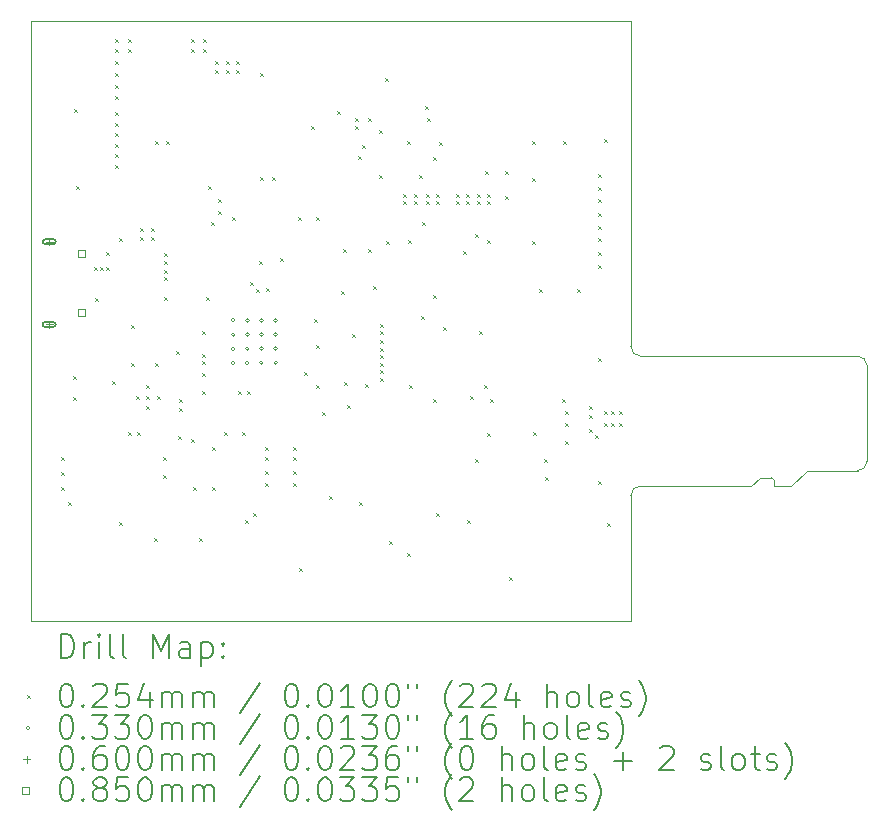
<source format=gbr>
%FSLAX45Y45*%
G04 Gerber Fmt 4.5, Leading zero omitted, Abs format (unit mm)*
G04 Created by KiCad (PCBNEW 6.0.0) date 2022-01-02 17:59:27*
%MOMM*%
%LPD*%
G01*
G04 APERTURE LIST*
%TA.AperFunction,Profile*%
%ADD10C,0.100000*%
%TD*%
%ADD11C,0.200000*%
%ADD12C,0.025400*%
%ADD13C,0.033000*%
%ADD14C,0.060000*%
%ADD15C,0.085000*%
G04 APERTURE END LIST*
D10*
X17272000Y-6985000D02*
X12192000Y-6985000D01*
X18482000Y-10875000D02*
X18482000Y-10925000D01*
X19272000Y-9905000D02*
G75*
G03*
X19192000Y-9825000I-80000J0D01*
G01*
X17272000Y-12065000D02*
X17272000Y-11005000D01*
X17352000Y-10925000D02*
X18292000Y-10925000D01*
X19192000Y-10795000D02*
G75*
G03*
X19272000Y-10715000I0J80000D01*
G01*
X19272000Y-10715000D02*
X19272000Y-9905000D01*
X18482000Y-10875000D02*
G75*
G03*
X18462000Y-10855000I-20000J0D01*
G01*
X12192000Y-6985000D02*
X12192000Y-12065000D01*
X18632000Y-10925000D02*
X18762000Y-10795000D01*
X19192000Y-9825000D02*
X17352000Y-9825000D01*
X17272000Y-12065000D02*
X12192000Y-12065000D01*
X17272000Y-9745000D02*
G75*
G03*
X17352000Y-9825000I80000J0D01*
G01*
X19192000Y-10795000D02*
X18762000Y-10795000D01*
X18482000Y-10925000D02*
X18632000Y-10925000D01*
X17352000Y-10925000D02*
G75*
G03*
X17272000Y-11005000I0J-80000D01*
G01*
X17272000Y-9715500D02*
X17272000Y-6985000D01*
X18362000Y-10855000D02*
X18462000Y-10855000D01*
X18362000Y-10855000D02*
X18292000Y-10925000D01*
X17272000Y-9745000D02*
X17272000Y-9715500D01*
D11*
D12*
X12446000Y-10680700D02*
X12471400Y-10706100D01*
X12471400Y-10680700D02*
X12446000Y-10706100D01*
X12446000Y-10807700D02*
X12471400Y-10833100D01*
X12471400Y-10807700D02*
X12446000Y-10833100D01*
X12446000Y-10934700D02*
X12471400Y-10960100D01*
X12471400Y-10934700D02*
X12446000Y-10960100D01*
X12509500Y-11061700D02*
X12534900Y-11087100D01*
X12534900Y-11061700D02*
X12509500Y-11087100D01*
X12547600Y-9994900D02*
X12573000Y-10020300D01*
X12573000Y-9994900D02*
X12547600Y-10020300D01*
X12547600Y-10172700D02*
X12573000Y-10198100D01*
X12573000Y-10172700D02*
X12547600Y-10198100D01*
X12560300Y-7734300D02*
X12585700Y-7759700D01*
X12585700Y-7734300D02*
X12560300Y-7759700D01*
X12573000Y-8382000D02*
X12598400Y-8407400D01*
X12598400Y-8382000D02*
X12573000Y-8407400D01*
X12725400Y-9067800D02*
X12750800Y-9093200D01*
X12750800Y-9067800D02*
X12725400Y-9093200D01*
X12738100Y-9334500D02*
X12763500Y-9359900D01*
X12763500Y-9334500D02*
X12738100Y-9359900D01*
X12776200Y-9067800D02*
X12801600Y-9093200D01*
X12801600Y-9067800D02*
X12776200Y-9093200D01*
X12827000Y-8940800D02*
X12852400Y-8966200D01*
X12852400Y-8940800D02*
X12827000Y-8966200D01*
X12827000Y-9067800D02*
X12852400Y-9093200D01*
X12852400Y-9067800D02*
X12827000Y-9093200D01*
X12877800Y-10033000D02*
X12903200Y-10058400D01*
X12903200Y-10033000D02*
X12877800Y-10058400D01*
X12903200Y-7137400D02*
X12928600Y-7162800D01*
X12928600Y-7137400D02*
X12903200Y-7162800D01*
X12903200Y-7226300D02*
X12928600Y-7251700D01*
X12928600Y-7226300D02*
X12903200Y-7251700D01*
X12903200Y-7327900D02*
X12928600Y-7353300D01*
X12928600Y-7327900D02*
X12903200Y-7353300D01*
X12903200Y-7429500D02*
X12928600Y-7454900D01*
X12928600Y-7429500D02*
X12903200Y-7454900D01*
X12903200Y-7531100D02*
X12928600Y-7556500D01*
X12928600Y-7531100D02*
X12903200Y-7556500D01*
X12903200Y-7620000D02*
X12928600Y-7645400D01*
X12928600Y-7620000D02*
X12903200Y-7645400D01*
X12903200Y-7759700D02*
X12928600Y-7785100D01*
X12928600Y-7759700D02*
X12903200Y-7785100D01*
X12903200Y-7848600D02*
X12928600Y-7874000D01*
X12928600Y-7848600D02*
X12903200Y-7874000D01*
X12903200Y-7937500D02*
X12928600Y-7962900D01*
X12928600Y-7937500D02*
X12903200Y-7962900D01*
X12903200Y-8026400D02*
X12928600Y-8051800D01*
X12928600Y-8026400D02*
X12903200Y-8051800D01*
X12903200Y-8115300D02*
X12928600Y-8140700D01*
X12928600Y-8115300D02*
X12903200Y-8140700D01*
X12903200Y-8204200D02*
X12928600Y-8229600D01*
X12928600Y-8204200D02*
X12903200Y-8229600D01*
X12941300Y-8826500D02*
X12966700Y-8851900D01*
X12966700Y-8826500D02*
X12941300Y-8851900D01*
X12941300Y-11226800D02*
X12966700Y-11252200D01*
X12966700Y-11226800D02*
X12941300Y-11252200D01*
X13017500Y-7137400D02*
X13042900Y-7162800D01*
X13042900Y-7137400D02*
X13017500Y-7162800D01*
X13017500Y-7226300D02*
X13042900Y-7251700D01*
X13042900Y-7226300D02*
X13017500Y-7251700D01*
X13017500Y-10464800D02*
X13042900Y-10490200D01*
X13042900Y-10464800D02*
X13017500Y-10490200D01*
X13042900Y-9563100D02*
X13068300Y-9588500D01*
X13068300Y-9563100D02*
X13042900Y-9588500D01*
X13042900Y-9880600D02*
X13068300Y-9906000D01*
X13068300Y-9880600D02*
X13042900Y-9906000D01*
X13081000Y-10160000D02*
X13106400Y-10185400D01*
X13106400Y-10160000D02*
X13081000Y-10185400D01*
X13093700Y-10464800D02*
X13119100Y-10490200D01*
X13119100Y-10464800D02*
X13093700Y-10490200D01*
X13119100Y-8737600D02*
X13144500Y-8763000D01*
X13144500Y-8737600D02*
X13119100Y-8763000D01*
X13119100Y-8813800D02*
X13144500Y-8839200D01*
X13144500Y-8813800D02*
X13119100Y-8839200D01*
X13169900Y-10071100D02*
X13195300Y-10096500D01*
X13195300Y-10071100D02*
X13169900Y-10096500D01*
X13169900Y-10160000D02*
X13195300Y-10185400D01*
X13195300Y-10160000D02*
X13169900Y-10185400D01*
X13169900Y-10248900D02*
X13195300Y-10274300D01*
X13195300Y-10248900D02*
X13169900Y-10274300D01*
X13208000Y-8737600D02*
X13233400Y-8763000D01*
X13233400Y-8737600D02*
X13208000Y-8763000D01*
X13208000Y-8813800D02*
X13233400Y-8839200D01*
X13233400Y-8813800D02*
X13208000Y-8839200D01*
X13233400Y-11366500D02*
X13258800Y-11391900D01*
X13258800Y-11366500D02*
X13233400Y-11391900D01*
X13246100Y-8001000D02*
X13271500Y-8026400D01*
X13271500Y-8001000D02*
X13246100Y-8026400D01*
X13246100Y-9880600D02*
X13271500Y-9906000D01*
X13271500Y-9880600D02*
X13246100Y-9906000D01*
X13258800Y-10160000D02*
X13284200Y-10185400D01*
X13284200Y-10160000D02*
X13258800Y-10185400D01*
X13309600Y-10680700D02*
X13335000Y-10706100D01*
X13335000Y-10680700D02*
X13309600Y-10706100D01*
X13309600Y-10833100D02*
X13335000Y-10858500D01*
X13335000Y-10833100D02*
X13309600Y-10858500D01*
X13322300Y-8953500D02*
X13347700Y-8978900D01*
X13347700Y-8953500D02*
X13322300Y-8978900D01*
X13322300Y-9017000D02*
X13347700Y-9042400D01*
X13347700Y-9017000D02*
X13322300Y-9042400D01*
X13322300Y-9093200D02*
X13347700Y-9118600D01*
X13347700Y-9093200D02*
X13322300Y-9118600D01*
X13322300Y-9156700D02*
X13347700Y-9182100D01*
X13347700Y-9156700D02*
X13322300Y-9182100D01*
X13322300Y-9321800D02*
X13347700Y-9347200D01*
X13347700Y-9321800D02*
X13322300Y-9347200D01*
X13335000Y-8001000D02*
X13360400Y-8026400D01*
X13360400Y-8001000D02*
X13335000Y-8026400D01*
X13423900Y-9779000D02*
X13449300Y-9804400D01*
X13449300Y-9779000D02*
X13423900Y-9804400D01*
X13436600Y-10502900D02*
X13462000Y-10528300D01*
X13462000Y-10502900D02*
X13436600Y-10528300D01*
X13449300Y-10185400D02*
X13474700Y-10210800D01*
X13474700Y-10185400D02*
X13449300Y-10210800D01*
X13449300Y-10261600D02*
X13474700Y-10287000D01*
X13474700Y-10261600D02*
X13449300Y-10287000D01*
X13550900Y-7137400D02*
X13576300Y-7162800D01*
X13576300Y-7137400D02*
X13550900Y-7162800D01*
X13550900Y-7226300D02*
X13576300Y-7251700D01*
X13576300Y-7226300D02*
X13550900Y-7251700D01*
X13550900Y-10528300D02*
X13576300Y-10553700D01*
X13576300Y-10528300D02*
X13550900Y-10553700D01*
X13563600Y-10934700D02*
X13589000Y-10960100D01*
X13589000Y-10934700D02*
X13563600Y-10960100D01*
X13614400Y-11366500D02*
X13639800Y-11391900D01*
X13639800Y-11366500D02*
X13614400Y-11391900D01*
X13639800Y-9613900D02*
X13665200Y-9639300D01*
X13665200Y-9613900D02*
X13639800Y-9639300D01*
X13639800Y-9804400D02*
X13665200Y-9829800D01*
X13665200Y-9804400D02*
X13639800Y-9829800D01*
X13639800Y-9867900D02*
X13665200Y-9893300D01*
X13665200Y-9867900D02*
X13639800Y-9893300D01*
X13639800Y-9969500D02*
X13665200Y-9994900D01*
X13665200Y-9969500D02*
X13639800Y-9994900D01*
X13639800Y-10121900D02*
X13665200Y-10147300D01*
X13665200Y-10121900D02*
X13639800Y-10147300D01*
X13652500Y-7137400D02*
X13677900Y-7162800D01*
X13677900Y-7137400D02*
X13652500Y-7162800D01*
X13652500Y-7226300D02*
X13677900Y-7251700D01*
X13677900Y-7226300D02*
X13652500Y-7251700D01*
X13677900Y-9321800D02*
X13703300Y-9347200D01*
X13703300Y-9321800D02*
X13677900Y-9347200D01*
X13690600Y-8382000D02*
X13716000Y-8407400D01*
X13716000Y-8382000D02*
X13690600Y-8407400D01*
X13716000Y-8686800D02*
X13741400Y-8712200D01*
X13741400Y-8686800D02*
X13716000Y-8712200D01*
X13728700Y-10591800D02*
X13754100Y-10617200D01*
X13754100Y-10591800D02*
X13728700Y-10617200D01*
X13728700Y-10934700D02*
X13754100Y-10960100D01*
X13754100Y-10934700D02*
X13728700Y-10960100D01*
X13754100Y-7327900D02*
X13779500Y-7353300D01*
X13779500Y-7327900D02*
X13754100Y-7353300D01*
X13754100Y-7404100D02*
X13779500Y-7429500D01*
X13779500Y-7404100D02*
X13754100Y-7429500D01*
X13779500Y-8496300D02*
X13804900Y-8521700D01*
X13804900Y-8496300D02*
X13779500Y-8521700D01*
X13779500Y-8597900D02*
X13804900Y-8623300D01*
X13804900Y-8597900D02*
X13779500Y-8623300D01*
X13830300Y-10464800D02*
X13855700Y-10490200D01*
X13855700Y-10464800D02*
X13830300Y-10490200D01*
X13843000Y-7327900D02*
X13868400Y-7353300D01*
X13868400Y-7327900D02*
X13843000Y-7353300D01*
X13843000Y-7404100D02*
X13868400Y-7429500D01*
X13868400Y-7404100D02*
X13843000Y-7429500D01*
X13893800Y-8648700D02*
X13919200Y-8674100D01*
X13919200Y-8648700D02*
X13893800Y-8674100D01*
X13931900Y-7327900D02*
X13957300Y-7353300D01*
X13957300Y-7327900D02*
X13931900Y-7353300D01*
X13931900Y-7404100D02*
X13957300Y-7429500D01*
X13957300Y-7404100D02*
X13931900Y-7429500D01*
X13944600Y-10121900D02*
X13970000Y-10147300D01*
X13970000Y-10121900D02*
X13944600Y-10147300D01*
X13982700Y-10464800D02*
X14008100Y-10490200D01*
X14008100Y-10464800D02*
X13982700Y-10490200D01*
X14008100Y-11214100D02*
X14033500Y-11239500D01*
X14033500Y-11214100D02*
X14008100Y-11239500D01*
X14020800Y-10121900D02*
X14046200Y-10147300D01*
X14046200Y-10121900D02*
X14020800Y-10147300D01*
X14046200Y-9194800D02*
X14071600Y-9220200D01*
X14071600Y-9194800D02*
X14046200Y-9220200D01*
X14071600Y-11150600D02*
X14097000Y-11176000D01*
X14097000Y-11150600D02*
X14071600Y-11176000D01*
X14097000Y-9258300D02*
X14122400Y-9283700D01*
X14122400Y-9258300D02*
X14097000Y-9283700D01*
X14122400Y-9017000D02*
X14147800Y-9042400D01*
X14147800Y-9017000D02*
X14122400Y-9042400D01*
X14129300Y-7429500D02*
X14154700Y-7454900D01*
X14154700Y-7429500D02*
X14129300Y-7454900D01*
X14129300Y-8305800D02*
X14154700Y-8331200D01*
X14154700Y-8305800D02*
X14129300Y-8331200D01*
X14173200Y-10591800D02*
X14198600Y-10617200D01*
X14198600Y-10591800D02*
X14173200Y-10617200D01*
X14173200Y-10680700D02*
X14198600Y-10706100D01*
X14198600Y-10680700D02*
X14173200Y-10706100D01*
X14173200Y-10795000D02*
X14198600Y-10820400D01*
X14198600Y-10795000D02*
X14173200Y-10820400D01*
X14173200Y-10896600D02*
X14198600Y-10922000D01*
X14198600Y-10896600D02*
X14173200Y-10922000D01*
X14185900Y-9245600D02*
X14211300Y-9271000D01*
X14211300Y-9245600D02*
X14185900Y-9271000D01*
X14236700Y-8305800D02*
X14262100Y-8331200D01*
X14262100Y-8305800D02*
X14236700Y-8331200D01*
X14300200Y-8991600D02*
X14325600Y-9017000D01*
X14325600Y-8991600D02*
X14300200Y-9017000D01*
X14414500Y-10591800D02*
X14439900Y-10617200D01*
X14439900Y-10591800D02*
X14414500Y-10617200D01*
X14414500Y-10680700D02*
X14439900Y-10706100D01*
X14439900Y-10680700D02*
X14414500Y-10706100D01*
X14414500Y-10795000D02*
X14439900Y-10820400D01*
X14439900Y-10795000D02*
X14414500Y-10820400D01*
X14414500Y-10896600D02*
X14439900Y-10922000D01*
X14439900Y-10896600D02*
X14414500Y-10922000D01*
X14452600Y-8648700D02*
X14478000Y-8674100D01*
X14478000Y-8648700D02*
X14452600Y-8674100D01*
X14465300Y-11620500D02*
X14490700Y-11645900D01*
X14490700Y-11620500D02*
X14465300Y-11645900D01*
X14503400Y-9956800D02*
X14528800Y-9982200D01*
X14528800Y-9956800D02*
X14503400Y-9982200D01*
X14566900Y-7874000D02*
X14592300Y-7899400D01*
X14592300Y-7874000D02*
X14566900Y-7899400D01*
X14589500Y-9515100D02*
X14614900Y-9540500D01*
X14614900Y-9515100D02*
X14589500Y-9540500D01*
X14605000Y-8648700D02*
X14630400Y-8674100D01*
X14630400Y-8648700D02*
X14605000Y-8674100D01*
X14605000Y-9728200D02*
X14630400Y-9753600D01*
X14630400Y-9728200D02*
X14605000Y-9753600D01*
X14605000Y-10071100D02*
X14630400Y-10096500D01*
X14630400Y-10071100D02*
X14605000Y-10096500D01*
X14655800Y-10299700D02*
X14681200Y-10325100D01*
X14681200Y-10299700D02*
X14655800Y-10325100D01*
X14719300Y-11010900D02*
X14744700Y-11036300D01*
X14744700Y-11010900D02*
X14719300Y-11036300D01*
X14782800Y-7747000D02*
X14808200Y-7772400D01*
X14808200Y-7747000D02*
X14782800Y-7772400D01*
X14820900Y-9271000D02*
X14846300Y-9296400D01*
X14846300Y-9271000D02*
X14820900Y-9296400D01*
X14833600Y-8915400D02*
X14859000Y-8940800D01*
X14859000Y-8915400D02*
X14833600Y-8940800D01*
X14846300Y-10045700D02*
X14871700Y-10071100D01*
X14871700Y-10045700D02*
X14846300Y-10071100D01*
X14871700Y-10236200D02*
X14897100Y-10261600D01*
X14897100Y-10236200D02*
X14871700Y-10261600D01*
X14909800Y-9639300D02*
X14935200Y-9664700D01*
X14935200Y-9639300D02*
X14909800Y-9664700D01*
X14935200Y-7810500D02*
X14960600Y-7835900D01*
X14960600Y-7810500D02*
X14935200Y-7835900D01*
X14935200Y-7874000D02*
X14960600Y-7899400D01*
X14960600Y-7874000D02*
X14935200Y-7899400D01*
X14960600Y-8128000D02*
X14986000Y-8153400D01*
X14986000Y-8128000D02*
X14960600Y-8153400D01*
X14973300Y-11061700D02*
X14998700Y-11087100D01*
X14998700Y-11061700D02*
X14973300Y-11087100D01*
X14998700Y-8039100D02*
X15024100Y-8064500D01*
X15024100Y-8039100D02*
X14998700Y-8064500D01*
X15024100Y-10058400D02*
X15049500Y-10083800D01*
X15049500Y-10058400D02*
X15024100Y-10083800D01*
X15049500Y-7810500D02*
X15074900Y-7835900D01*
X15074900Y-7810500D02*
X15049500Y-7835900D01*
X15049500Y-8915400D02*
X15074900Y-8940800D01*
X15074900Y-8915400D02*
X15049500Y-8940800D01*
X15087600Y-9232900D02*
X15113000Y-9258300D01*
X15113000Y-9232900D02*
X15087600Y-9258300D01*
X15138400Y-7912100D02*
X15163800Y-7937500D01*
X15163800Y-7912100D02*
X15138400Y-7937500D01*
X15138400Y-8293100D02*
X15163800Y-8318500D01*
X15163800Y-8293100D02*
X15138400Y-8318500D01*
X15151100Y-9550400D02*
X15176500Y-9575800D01*
X15176500Y-9550400D02*
X15151100Y-9575800D01*
X15151100Y-9613900D02*
X15176500Y-9639300D01*
X15176500Y-9613900D02*
X15151100Y-9639300D01*
X15151100Y-9690100D02*
X15176500Y-9715500D01*
X15176500Y-9690100D02*
X15151100Y-9715500D01*
X15151100Y-9753600D02*
X15176500Y-9779000D01*
X15176500Y-9753600D02*
X15151100Y-9779000D01*
X15151100Y-9817100D02*
X15176500Y-9842500D01*
X15176500Y-9817100D02*
X15151100Y-9842500D01*
X15151100Y-9880600D02*
X15176500Y-9906000D01*
X15176500Y-9880600D02*
X15151100Y-9906000D01*
X15151100Y-9944100D02*
X15176500Y-9969500D01*
X15176500Y-9944100D02*
X15151100Y-9969500D01*
X15151100Y-10007600D02*
X15176500Y-10033000D01*
X15176500Y-10007600D02*
X15151100Y-10033000D01*
X15189200Y-7467600D02*
X15214600Y-7493000D01*
X15214600Y-7467600D02*
X15189200Y-7493000D01*
X15201900Y-8847400D02*
X15227300Y-8872800D01*
X15227300Y-8847400D02*
X15201900Y-8872800D01*
X15227300Y-11391900D02*
X15252700Y-11417300D01*
X15252700Y-11391900D02*
X15227300Y-11417300D01*
X15344500Y-8451700D02*
X15369900Y-8477100D01*
X15369900Y-8451700D02*
X15344500Y-8477100D01*
X15344500Y-8515200D02*
X15369900Y-8540600D01*
X15369900Y-8515200D02*
X15344500Y-8540600D01*
X15379700Y-8001000D02*
X15405100Y-8026400D01*
X15405100Y-8001000D02*
X15379700Y-8026400D01*
X15379700Y-11493500D02*
X15405100Y-11518900D01*
X15405100Y-11493500D02*
X15379700Y-11518900D01*
X15382600Y-8845400D02*
X15408000Y-8870800D01*
X15408000Y-8845400D02*
X15382600Y-8870800D01*
X15392400Y-10071100D02*
X15417800Y-10096500D01*
X15417800Y-10071100D02*
X15392400Y-10096500D01*
X15433400Y-8451700D02*
X15458800Y-8477100D01*
X15458800Y-8451700D02*
X15433400Y-8477100D01*
X15433400Y-8515200D02*
X15458800Y-8540600D01*
X15458800Y-8515200D02*
X15433400Y-8540600D01*
X15481300Y-8293100D02*
X15506700Y-8318500D01*
X15506700Y-8293100D02*
X15481300Y-8318500D01*
X15494000Y-9486900D02*
X15519400Y-9512300D01*
X15519400Y-9486900D02*
X15494000Y-9512300D01*
X15506700Y-8686800D02*
X15532100Y-8712200D01*
X15532100Y-8686800D02*
X15506700Y-8712200D01*
X15532100Y-7708900D02*
X15557500Y-7734300D01*
X15557500Y-7708900D02*
X15532100Y-7734300D01*
X15535000Y-8451700D02*
X15560400Y-8477100D01*
X15560400Y-8451700D02*
X15535000Y-8477100D01*
X15535000Y-8515200D02*
X15560400Y-8540600D01*
X15560400Y-8515200D02*
X15535000Y-8540600D01*
X15544800Y-7810500D02*
X15570200Y-7835900D01*
X15570200Y-7810500D02*
X15544800Y-7835900D01*
X15595600Y-8140700D02*
X15621000Y-8166100D01*
X15621000Y-8140700D02*
X15595600Y-8166100D01*
X15595600Y-9309100D02*
X15621000Y-9334500D01*
X15621000Y-9309100D02*
X15595600Y-9334500D01*
X15595600Y-10185400D02*
X15621000Y-10210800D01*
X15621000Y-10185400D02*
X15595600Y-10210800D01*
X15621000Y-11150600D02*
X15646400Y-11176000D01*
X15646400Y-11150600D02*
X15621000Y-11176000D01*
X15623900Y-8451700D02*
X15649300Y-8477100D01*
X15649300Y-8451700D02*
X15623900Y-8477100D01*
X15623900Y-8515200D02*
X15649300Y-8540600D01*
X15649300Y-8515200D02*
X15623900Y-8540600D01*
X15646400Y-8013700D02*
X15671800Y-8039100D01*
X15671800Y-8013700D02*
X15646400Y-8039100D01*
X15684500Y-9575800D02*
X15709900Y-9601200D01*
X15709900Y-9575800D02*
X15684500Y-9601200D01*
X15789000Y-8451700D02*
X15814400Y-8477100D01*
X15814400Y-8451700D02*
X15789000Y-8477100D01*
X15789000Y-8515200D02*
X15814400Y-8540600D01*
X15814400Y-8515200D02*
X15789000Y-8540600D01*
X15852500Y-8934300D02*
X15877900Y-8959700D01*
X15877900Y-8934300D02*
X15852500Y-8959700D01*
X15877900Y-8451700D02*
X15903300Y-8477100D01*
X15903300Y-8451700D02*
X15877900Y-8477100D01*
X15877900Y-8515200D02*
X15903300Y-8540600D01*
X15903300Y-8515200D02*
X15877900Y-8540600D01*
X15887700Y-11214100D02*
X15913100Y-11239500D01*
X15913100Y-11214100D02*
X15887700Y-11239500D01*
X15913100Y-10160000D02*
X15938500Y-10185400D01*
X15938500Y-10160000D02*
X15913100Y-10185400D01*
X15951200Y-8788400D02*
X15976600Y-8813800D01*
X15976600Y-8788400D02*
X15951200Y-8813800D01*
X15951200Y-10693400D02*
X15976600Y-10718800D01*
X15976600Y-10693400D02*
X15951200Y-10718800D01*
X15966800Y-8451700D02*
X15992200Y-8477100D01*
X15992200Y-8451700D02*
X15966800Y-8477100D01*
X15966800Y-8515200D02*
X15992200Y-8540600D01*
X15992200Y-8515200D02*
X15966800Y-8540600D01*
X15989300Y-9613900D02*
X16014700Y-9639300D01*
X16014700Y-9613900D02*
X15989300Y-9639300D01*
X16027400Y-10071100D02*
X16052800Y-10096500D01*
X16052800Y-10071100D02*
X16027400Y-10096500D01*
X16040100Y-8255000D02*
X16065500Y-8280400D01*
X16065500Y-8255000D02*
X16040100Y-8280400D01*
X16052800Y-10477500D02*
X16078200Y-10502900D01*
X16078200Y-10477500D02*
X16052800Y-10502900D01*
X16055700Y-8451700D02*
X16081100Y-8477100D01*
X16081100Y-8451700D02*
X16055700Y-8477100D01*
X16055700Y-8515200D02*
X16081100Y-8540600D01*
X16081100Y-8515200D02*
X16055700Y-8540600D01*
X16055700Y-8845400D02*
X16081100Y-8870800D01*
X16081100Y-8845400D02*
X16055700Y-8870800D01*
X16078200Y-10185400D02*
X16103600Y-10210800D01*
X16103600Y-10185400D02*
X16078200Y-10210800D01*
X16205200Y-8255000D02*
X16230600Y-8280400D01*
X16230600Y-8255000D02*
X16205200Y-8280400D01*
X16205200Y-8470900D02*
X16230600Y-8496300D01*
X16230600Y-8470900D02*
X16205200Y-8496300D01*
X16243300Y-11696700D02*
X16268700Y-11722100D01*
X16268700Y-11696700D02*
X16243300Y-11722100D01*
X16433800Y-8001000D02*
X16459200Y-8026400D01*
X16459200Y-8001000D02*
X16433800Y-8026400D01*
X16433800Y-8318500D02*
X16459200Y-8343900D01*
X16459200Y-8318500D02*
X16433800Y-8343900D01*
X16433800Y-8851900D02*
X16459200Y-8877300D01*
X16459200Y-8851900D02*
X16433800Y-8877300D01*
X16446500Y-10464800D02*
X16471900Y-10490200D01*
X16471900Y-10464800D02*
X16446500Y-10490200D01*
X16497300Y-9258300D02*
X16522700Y-9283700D01*
X16522700Y-9258300D02*
X16497300Y-9283700D01*
X16535400Y-10693400D02*
X16560800Y-10718800D01*
X16560800Y-10693400D02*
X16535400Y-10718800D01*
X16548100Y-10845800D02*
X16573500Y-10871200D01*
X16573500Y-10845800D02*
X16548100Y-10871200D01*
X16687800Y-10185401D02*
X16713200Y-10210801D01*
X16713200Y-10185401D02*
X16687800Y-10210801D01*
X16700500Y-8001000D02*
X16725900Y-8026400D01*
X16725900Y-8001000D02*
X16700500Y-8026400D01*
X16713200Y-10287001D02*
X16738600Y-10312401D01*
X16738600Y-10287001D02*
X16713200Y-10312401D01*
X16713200Y-10388601D02*
X16738600Y-10414001D01*
X16738600Y-10388601D02*
X16713200Y-10414001D01*
X16713200Y-10541000D02*
X16738600Y-10566400D01*
X16738600Y-10541000D02*
X16713200Y-10566400D01*
X16814800Y-9258300D02*
X16840200Y-9283700D01*
X16840200Y-9258300D02*
X16814800Y-9283700D01*
X16916400Y-10248900D02*
X16941800Y-10274300D01*
X16941800Y-10248900D02*
X16916400Y-10274300D01*
X16916400Y-10325100D02*
X16941800Y-10350500D01*
X16941800Y-10325100D02*
X16916400Y-10350500D01*
X16916400Y-10439400D02*
X16941800Y-10464800D01*
X16941800Y-10439400D02*
X16916400Y-10464800D01*
X16967200Y-10490200D02*
X16992600Y-10515600D01*
X16992600Y-10490200D02*
X16967200Y-10515600D01*
X16992600Y-8280399D02*
X17018000Y-8305799D01*
X17018000Y-8280399D02*
X16992600Y-8305799D01*
X16992600Y-8394699D02*
X17018000Y-8420099D01*
X17018000Y-8394699D02*
X16992600Y-8420099D01*
X16992600Y-8496299D02*
X17018000Y-8521699D01*
X17018000Y-8496299D02*
X16992600Y-8521699D01*
X16992600Y-8724899D02*
X17018000Y-8750299D01*
X17018000Y-8724899D02*
X16992600Y-8750299D01*
X16992600Y-8826499D02*
X17018000Y-8851899D01*
X17018000Y-8826499D02*
X16992600Y-8851899D01*
X16992600Y-8940799D02*
X17018000Y-8966199D01*
X17018000Y-8940799D02*
X16992600Y-8966199D01*
X16992600Y-9055099D02*
X17018000Y-9080499D01*
X17018000Y-9055099D02*
X16992600Y-9080499D01*
X16992600Y-8610599D02*
X17018000Y-8635999D01*
X17018000Y-8610599D02*
X16992600Y-8635999D01*
X16992600Y-9842501D02*
X17018000Y-9867901D01*
X17018000Y-9842501D02*
X16992600Y-9867901D01*
X16992600Y-10883901D02*
X17018000Y-10909301D01*
X17018000Y-10883901D02*
X16992600Y-10909301D01*
X17043399Y-10388601D02*
X17068799Y-10414001D01*
X17068799Y-10388601D02*
X17043399Y-10414001D01*
X17043400Y-7988300D02*
X17068800Y-8013700D01*
X17068800Y-7988300D02*
X17043400Y-8013700D01*
X17043400Y-10287000D02*
X17068800Y-10312400D01*
X17068800Y-10287000D02*
X17043400Y-10312400D01*
X17068800Y-11239500D02*
X17094200Y-11264900D01*
X17094200Y-11239500D02*
X17068800Y-11264900D01*
X17106899Y-10388601D02*
X17132299Y-10414001D01*
X17132299Y-10388601D02*
X17106899Y-10414001D01*
X17106900Y-10287000D02*
X17132300Y-10312400D01*
X17132300Y-10287000D02*
X17106900Y-10312400D01*
X17170399Y-10388601D02*
X17195799Y-10414001D01*
X17195799Y-10388601D02*
X17170399Y-10414001D01*
X17170400Y-10287000D02*
X17195800Y-10312400D01*
X17195800Y-10287000D02*
X17170400Y-10312400D01*
D13*
X13920800Y-9522800D02*
G75*
G03*
X13920800Y-9522800I-16500J0D01*
G01*
X13920800Y-9642800D02*
G75*
G03*
X13920800Y-9642800I-16500J0D01*
G01*
X13920800Y-9762800D02*
G75*
G03*
X13920800Y-9762800I-16500J0D01*
G01*
X13920800Y-9882800D02*
G75*
G03*
X13920800Y-9882800I-16500J0D01*
G01*
X14040800Y-9522800D02*
G75*
G03*
X14040800Y-9522800I-16500J0D01*
G01*
X14040800Y-9642800D02*
G75*
G03*
X14040800Y-9642800I-16500J0D01*
G01*
X14040800Y-9762800D02*
G75*
G03*
X14040800Y-9762800I-16500J0D01*
G01*
X14040800Y-9882800D02*
G75*
G03*
X14040800Y-9882800I-16500J0D01*
G01*
X14160800Y-9522800D02*
G75*
G03*
X14160800Y-9522800I-16500J0D01*
G01*
X14160800Y-9642800D02*
G75*
G03*
X14160800Y-9642800I-16500J0D01*
G01*
X14160800Y-9762800D02*
G75*
G03*
X14160800Y-9762800I-16500J0D01*
G01*
X14160800Y-9882800D02*
G75*
G03*
X14160800Y-9882800I-16500J0D01*
G01*
X14280800Y-9522800D02*
G75*
G03*
X14280800Y-9522800I-16500J0D01*
G01*
X14280800Y-9642800D02*
G75*
G03*
X14280800Y-9642800I-16500J0D01*
G01*
X14280800Y-9762800D02*
G75*
G03*
X14280800Y-9762800I-16500J0D01*
G01*
X14280800Y-9882800D02*
G75*
G03*
X14280800Y-9882800I-16500J0D01*
G01*
D14*
X12347650Y-8827500D02*
X12347650Y-8887500D01*
X12317650Y-8857500D02*
X12377650Y-8857500D01*
D11*
X12312650Y-8877500D02*
X12382650Y-8877500D01*
X12312650Y-8837500D02*
X12382650Y-8837500D01*
X12382650Y-8877500D02*
G75*
G03*
X12382650Y-8837500I0J20000D01*
G01*
X12312650Y-8837500D02*
G75*
G03*
X12312650Y-8877500I0J-20000D01*
G01*
D14*
X12347650Y-9527500D02*
X12347650Y-9587500D01*
X12317650Y-9557500D02*
X12377650Y-9557500D01*
D11*
X12382650Y-9537500D02*
X12312650Y-9537500D01*
X12382650Y-9577500D02*
X12312650Y-9577500D01*
X12312650Y-9537500D02*
G75*
G03*
X12312650Y-9577500I0J-20000D01*
G01*
X12382650Y-9577500D02*
G75*
G03*
X12382650Y-9537500I0J20000D01*
G01*
D15*
X12647702Y-8987552D02*
X12647702Y-8927448D01*
X12587598Y-8927448D01*
X12587598Y-8987552D01*
X12647702Y-8987552D01*
X12647702Y-9487552D02*
X12647702Y-9427448D01*
X12587598Y-9427448D01*
X12587598Y-9487552D01*
X12647702Y-9487552D01*
D11*
X12444619Y-12380476D02*
X12444619Y-12180476D01*
X12492238Y-12180476D01*
X12520809Y-12190000D01*
X12539857Y-12209048D01*
X12549381Y-12228095D01*
X12558905Y-12266190D01*
X12558905Y-12294762D01*
X12549381Y-12332857D01*
X12539857Y-12351905D01*
X12520809Y-12370952D01*
X12492238Y-12380476D01*
X12444619Y-12380476D01*
X12644619Y-12380476D02*
X12644619Y-12247143D01*
X12644619Y-12285238D02*
X12654143Y-12266190D01*
X12663667Y-12256667D01*
X12682714Y-12247143D01*
X12701762Y-12247143D01*
X12768428Y-12380476D02*
X12768428Y-12247143D01*
X12768428Y-12180476D02*
X12758905Y-12190000D01*
X12768428Y-12199524D01*
X12777952Y-12190000D01*
X12768428Y-12180476D01*
X12768428Y-12199524D01*
X12892238Y-12380476D02*
X12873190Y-12370952D01*
X12863667Y-12351905D01*
X12863667Y-12180476D01*
X12997000Y-12380476D02*
X12977952Y-12370952D01*
X12968428Y-12351905D01*
X12968428Y-12180476D01*
X13225571Y-12380476D02*
X13225571Y-12180476D01*
X13292238Y-12323333D01*
X13358905Y-12180476D01*
X13358905Y-12380476D01*
X13539857Y-12380476D02*
X13539857Y-12275714D01*
X13530333Y-12256667D01*
X13511286Y-12247143D01*
X13473190Y-12247143D01*
X13454143Y-12256667D01*
X13539857Y-12370952D02*
X13520809Y-12380476D01*
X13473190Y-12380476D01*
X13454143Y-12370952D01*
X13444619Y-12351905D01*
X13444619Y-12332857D01*
X13454143Y-12313809D01*
X13473190Y-12304286D01*
X13520809Y-12304286D01*
X13539857Y-12294762D01*
X13635095Y-12247143D02*
X13635095Y-12447143D01*
X13635095Y-12256667D02*
X13654143Y-12247143D01*
X13692238Y-12247143D01*
X13711286Y-12256667D01*
X13720809Y-12266190D01*
X13730333Y-12285238D01*
X13730333Y-12342381D01*
X13720809Y-12361428D01*
X13711286Y-12370952D01*
X13692238Y-12380476D01*
X13654143Y-12380476D01*
X13635095Y-12370952D01*
X13816048Y-12361428D02*
X13825571Y-12370952D01*
X13816048Y-12380476D01*
X13806524Y-12370952D01*
X13816048Y-12361428D01*
X13816048Y-12380476D01*
X13816048Y-12256667D02*
X13825571Y-12266190D01*
X13816048Y-12275714D01*
X13806524Y-12266190D01*
X13816048Y-12256667D01*
X13816048Y-12275714D01*
D12*
X12161600Y-12697300D02*
X12187000Y-12722700D01*
X12187000Y-12697300D02*
X12161600Y-12722700D01*
D11*
X12482714Y-12600476D02*
X12501762Y-12600476D01*
X12520809Y-12610000D01*
X12530333Y-12619524D01*
X12539857Y-12638571D01*
X12549381Y-12676667D01*
X12549381Y-12724286D01*
X12539857Y-12762381D01*
X12530333Y-12781428D01*
X12520809Y-12790952D01*
X12501762Y-12800476D01*
X12482714Y-12800476D01*
X12463667Y-12790952D01*
X12454143Y-12781428D01*
X12444619Y-12762381D01*
X12435095Y-12724286D01*
X12435095Y-12676667D01*
X12444619Y-12638571D01*
X12454143Y-12619524D01*
X12463667Y-12610000D01*
X12482714Y-12600476D01*
X12635095Y-12781428D02*
X12644619Y-12790952D01*
X12635095Y-12800476D01*
X12625571Y-12790952D01*
X12635095Y-12781428D01*
X12635095Y-12800476D01*
X12720809Y-12619524D02*
X12730333Y-12610000D01*
X12749381Y-12600476D01*
X12797000Y-12600476D01*
X12816048Y-12610000D01*
X12825571Y-12619524D01*
X12835095Y-12638571D01*
X12835095Y-12657619D01*
X12825571Y-12686190D01*
X12711286Y-12800476D01*
X12835095Y-12800476D01*
X13016048Y-12600476D02*
X12920809Y-12600476D01*
X12911286Y-12695714D01*
X12920809Y-12686190D01*
X12939857Y-12676667D01*
X12987476Y-12676667D01*
X13006524Y-12686190D01*
X13016048Y-12695714D01*
X13025571Y-12714762D01*
X13025571Y-12762381D01*
X13016048Y-12781428D01*
X13006524Y-12790952D01*
X12987476Y-12800476D01*
X12939857Y-12800476D01*
X12920809Y-12790952D01*
X12911286Y-12781428D01*
X13197000Y-12667143D02*
X13197000Y-12800476D01*
X13149381Y-12590952D02*
X13101762Y-12733809D01*
X13225571Y-12733809D01*
X13301762Y-12800476D02*
X13301762Y-12667143D01*
X13301762Y-12686190D02*
X13311286Y-12676667D01*
X13330333Y-12667143D01*
X13358905Y-12667143D01*
X13377952Y-12676667D01*
X13387476Y-12695714D01*
X13387476Y-12800476D01*
X13387476Y-12695714D02*
X13397000Y-12676667D01*
X13416048Y-12667143D01*
X13444619Y-12667143D01*
X13463667Y-12676667D01*
X13473190Y-12695714D01*
X13473190Y-12800476D01*
X13568428Y-12800476D02*
X13568428Y-12667143D01*
X13568428Y-12686190D02*
X13577952Y-12676667D01*
X13597000Y-12667143D01*
X13625571Y-12667143D01*
X13644619Y-12676667D01*
X13654143Y-12695714D01*
X13654143Y-12800476D01*
X13654143Y-12695714D02*
X13663667Y-12676667D01*
X13682714Y-12667143D01*
X13711286Y-12667143D01*
X13730333Y-12676667D01*
X13739857Y-12695714D01*
X13739857Y-12800476D01*
X14130333Y-12590952D02*
X13958905Y-12848095D01*
X14387476Y-12600476D02*
X14406524Y-12600476D01*
X14425571Y-12610000D01*
X14435095Y-12619524D01*
X14444619Y-12638571D01*
X14454143Y-12676667D01*
X14454143Y-12724286D01*
X14444619Y-12762381D01*
X14435095Y-12781428D01*
X14425571Y-12790952D01*
X14406524Y-12800476D01*
X14387476Y-12800476D01*
X14368428Y-12790952D01*
X14358905Y-12781428D01*
X14349381Y-12762381D01*
X14339857Y-12724286D01*
X14339857Y-12676667D01*
X14349381Y-12638571D01*
X14358905Y-12619524D01*
X14368428Y-12610000D01*
X14387476Y-12600476D01*
X14539857Y-12781428D02*
X14549381Y-12790952D01*
X14539857Y-12800476D01*
X14530333Y-12790952D01*
X14539857Y-12781428D01*
X14539857Y-12800476D01*
X14673190Y-12600476D02*
X14692238Y-12600476D01*
X14711286Y-12610000D01*
X14720809Y-12619524D01*
X14730333Y-12638571D01*
X14739857Y-12676667D01*
X14739857Y-12724286D01*
X14730333Y-12762381D01*
X14720809Y-12781428D01*
X14711286Y-12790952D01*
X14692238Y-12800476D01*
X14673190Y-12800476D01*
X14654143Y-12790952D01*
X14644619Y-12781428D01*
X14635095Y-12762381D01*
X14625571Y-12724286D01*
X14625571Y-12676667D01*
X14635095Y-12638571D01*
X14644619Y-12619524D01*
X14654143Y-12610000D01*
X14673190Y-12600476D01*
X14930333Y-12800476D02*
X14816048Y-12800476D01*
X14873190Y-12800476D02*
X14873190Y-12600476D01*
X14854143Y-12629048D01*
X14835095Y-12648095D01*
X14816048Y-12657619D01*
X15054143Y-12600476D02*
X15073190Y-12600476D01*
X15092238Y-12610000D01*
X15101762Y-12619524D01*
X15111286Y-12638571D01*
X15120809Y-12676667D01*
X15120809Y-12724286D01*
X15111286Y-12762381D01*
X15101762Y-12781428D01*
X15092238Y-12790952D01*
X15073190Y-12800476D01*
X15054143Y-12800476D01*
X15035095Y-12790952D01*
X15025571Y-12781428D01*
X15016048Y-12762381D01*
X15006524Y-12724286D01*
X15006524Y-12676667D01*
X15016048Y-12638571D01*
X15025571Y-12619524D01*
X15035095Y-12610000D01*
X15054143Y-12600476D01*
X15244619Y-12600476D02*
X15263667Y-12600476D01*
X15282714Y-12610000D01*
X15292238Y-12619524D01*
X15301762Y-12638571D01*
X15311286Y-12676667D01*
X15311286Y-12724286D01*
X15301762Y-12762381D01*
X15292238Y-12781428D01*
X15282714Y-12790952D01*
X15263667Y-12800476D01*
X15244619Y-12800476D01*
X15225571Y-12790952D01*
X15216048Y-12781428D01*
X15206524Y-12762381D01*
X15197000Y-12724286D01*
X15197000Y-12676667D01*
X15206524Y-12638571D01*
X15216048Y-12619524D01*
X15225571Y-12610000D01*
X15244619Y-12600476D01*
X15387476Y-12600476D02*
X15387476Y-12638571D01*
X15463667Y-12600476D02*
X15463667Y-12638571D01*
X15758905Y-12876667D02*
X15749381Y-12867143D01*
X15730333Y-12838571D01*
X15720809Y-12819524D01*
X15711286Y-12790952D01*
X15701762Y-12743333D01*
X15701762Y-12705238D01*
X15711286Y-12657619D01*
X15720809Y-12629048D01*
X15730333Y-12610000D01*
X15749381Y-12581428D01*
X15758905Y-12571905D01*
X15825571Y-12619524D02*
X15835095Y-12610000D01*
X15854143Y-12600476D01*
X15901762Y-12600476D01*
X15920809Y-12610000D01*
X15930333Y-12619524D01*
X15939857Y-12638571D01*
X15939857Y-12657619D01*
X15930333Y-12686190D01*
X15816048Y-12800476D01*
X15939857Y-12800476D01*
X16016048Y-12619524D02*
X16025571Y-12610000D01*
X16044619Y-12600476D01*
X16092238Y-12600476D01*
X16111286Y-12610000D01*
X16120809Y-12619524D01*
X16130333Y-12638571D01*
X16130333Y-12657619D01*
X16120809Y-12686190D01*
X16006524Y-12800476D01*
X16130333Y-12800476D01*
X16301762Y-12667143D02*
X16301762Y-12800476D01*
X16254143Y-12590952D02*
X16206524Y-12733809D01*
X16330333Y-12733809D01*
X16558905Y-12800476D02*
X16558905Y-12600476D01*
X16644619Y-12800476D02*
X16644619Y-12695714D01*
X16635095Y-12676667D01*
X16616048Y-12667143D01*
X16587476Y-12667143D01*
X16568428Y-12676667D01*
X16558905Y-12686190D01*
X16768428Y-12800476D02*
X16749381Y-12790952D01*
X16739857Y-12781428D01*
X16730333Y-12762381D01*
X16730333Y-12705238D01*
X16739857Y-12686190D01*
X16749381Y-12676667D01*
X16768428Y-12667143D01*
X16797000Y-12667143D01*
X16816048Y-12676667D01*
X16825571Y-12686190D01*
X16835095Y-12705238D01*
X16835095Y-12762381D01*
X16825571Y-12781428D01*
X16816048Y-12790952D01*
X16797000Y-12800476D01*
X16768428Y-12800476D01*
X16949381Y-12800476D02*
X16930333Y-12790952D01*
X16920810Y-12771905D01*
X16920810Y-12600476D01*
X17101762Y-12790952D02*
X17082714Y-12800476D01*
X17044619Y-12800476D01*
X17025571Y-12790952D01*
X17016048Y-12771905D01*
X17016048Y-12695714D01*
X17025571Y-12676667D01*
X17044619Y-12667143D01*
X17082714Y-12667143D01*
X17101762Y-12676667D01*
X17111286Y-12695714D01*
X17111286Y-12714762D01*
X17016048Y-12733809D01*
X17187476Y-12790952D02*
X17206524Y-12800476D01*
X17244619Y-12800476D01*
X17263667Y-12790952D01*
X17273190Y-12771905D01*
X17273190Y-12762381D01*
X17263667Y-12743333D01*
X17244619Y-12733809D01*
X17216048Y-12733809D01*
X17197000Y-12724286D01*
X17187476Y-12705238D01*
X17187476Y-12695714D01*
X17197000Y-12676667D01*
X17216048Y-12667143D01*
X17244619Y-12667143D01*
X17263667Y-12676667D01*
X17339857Y-12876667D02*
X17349381Y-12867143D01*
X17368429Y-12838571D01*
X17377952Y-12819524D01*
X17387476Y-12790952D01*
X17397000Y-12743333D01*
X17397000Y-12705238D01*
X17387476Y-12657619D01*
X17377952Y-12629048D01*
X17368429Y-12610000D01*
X17349381Y-12581428D01*
X17339857Y-12571905D01*
D13*
X12187000Y-12974000D02*
G75*
G03*
X12187000Y-12974000I-16500J0D01*
G01*
D11*
X12482714Y-12864476D02*
X12501762Y-12864476D01*
X12520809Y-12874000D01*
X12530333Y-12883524D01*
X12539857Y-12902571D01*
X12549381Y-12940667D01*
X12549381Y-12988286D01*
X12539857Y-13026381D01*
X12530333Y-13045428D01*
X12520809Y-13054952D01*
X12501762Y-13064476D01*
X12482714Y-13064476D01*
X12463667Y-13054952D01*
X12454143Y-13045428D01*
X12444619Y-13026381D01*
X12435095Y-12988286D01*
X12435095Y-12940667D01*
X12444619Y-12902571D01*
X12454143Y-12883524D01*
X12463667Y-12874000D01*
X12482714Y-12864476D01*
X12635095Y-13045428D02*
X12644619Y-13054952D01*
X12635095Y-13064476D01*
X12625571Y-13054952D01*
X12635095Y-13045428D01*
X12635095Y-13064476D01*
X12711286Y-12864476D02*
X12835095Y-12864476D01*
X12768428Y-12940667D01*
X12797000Y-12940667D01*
X12816048Y-12950190D01*
X12825571Y-12959714D01*
X12835095Y-12978762D01*
X12835095Y-13026381D01*
X12825571Y-13045428D01*
X12816048Y-13054952D01*
X12797000Y-13064476D01*
X12739857Y-13064476D01*
X12720809Y-13054952D01*
X12711286Y-13045428D01*
X12901762Y-12864476D02*
X13025571Y-12864476D01*
X12958905Y-12940667D01*
X12987476Y-12940667D01*
X13006524Y-12950190D01*
X13016048Y-12959714D01*
X13025571Y-12978762D01*
X13025571Y-13026381D01*
X13016048Y-13045428D01*
X13006524Y-13054952D01*
X12987476Y-13064476D01*
X12930333Y-13064476D01*
X12911286Y-13054952D01*
X12901762Y-13045428D01*
X13149381Y-12864476D02*
X13168428Y-12864476D01*
X13187476Y-12874000D01*
X13197000Y-12883524D01*
X13206524Y-12902571D01*
X13216048Y-12940667D01*
X13216048Y-12988286D01*
X13206524Y-13026381D01*
X13197000Y-13045428D01*
X13187476Y-13054952D01*
X13168428Y-13064476D01*
X13149381Y-13064476D01*
X13130333Y-13054952D01*
X13120809Y-13045428D01*
X13111286Y-13026381D01*
X13101762Y-12988286D01*
X13101762Y-12940667D01*
X13111286Y-12902571D01*
X13120809Y-12883524D01*
X13130333Y-12874000D01*
X13149381Y-12864476D01*
X13301762Y-13064476D02*
X13301762Y-12931143D01*
X13301762Y-12950190D02*
X13311286Y-12940667D01*
X13330333Y-12931143D01*
X13358905Y-12931143D01*
X13377952Y-12940667D01*
X13387476Y-12959714D01*
X13387476Y-13064476D01*
X13387476Y-12959714D02*
X13397000Y-12940667D01*
X13416048Y-12931143D01*
X13444619Y-12931143D01*
X13463667Y-12940667D01*
X13473190Y-12959714D01*
X13473190Y-13064476D01*
X13568428Y-13064476D02*
X13568428Y-12931143D01*
X13568428Y-12950190D02*
X13577952Y-12940667D01*
X13597000Y-12931143D01*
X13625571Y-12931143D01*
X13644619Y-12940667D01*
X13654143Y-12959714D01*
X13654143Y-13064476D01*
X13654143Y-12959714D02*
X13663667Y-12940667D01*
X13682714Y-12931143D01*
X13711286Y-12931143D01*
X13730333Y-12940667D01*
X13739857Y-12959714D01*
X13739857Y-13064476D01*
X14130333Y-12854952D02*
X13958905Y-13112095D01*
X14387476Y-12864476D02*
X14406524Y-12864476D01*
X14425571Y-12874000D01*
X14435095Y-12883524D01*
X14444619Y-12902571D01*
X14454143Y-12940667D01*
X14454143Y-12988286D01*
X14444619Y-13026381D01*
X14435095Y-13045428D01*
X14425571Y-13054952D01*
X14406524Y-13064476D01*
X14387476Y-13064476D01*
X14368428Y-13054952D01*
X14358905Y-13045428D01*
X14349381Y-13026381D01*
X14339857Y-12988286D01*
X14339857Y-12940667D01*
X14349381Y-12902571D01*
X14358905Y-12883524D01*
X14368428Y-12874000D01*
X14387476Y-12864476D01*
X14539857Y-13045428D02*
X14549381Y-13054952D01*
X14539857Y-13064476D01*
X14530333Y-13054952D01*
X14539857Y-13045428D01*
X14539857Y-13064476D01*
X14673190Y-12864476D02*
X14692238Y-12864476D01*
X14711286Y-12874000D01*
X14720809Y-12883524D01*
X14730333Y-12902571D01*
X14739857Y-12940667D01*
X14739857Y-12988286D01*
X14730333Y-13026381D01*
X14720809Y-13045428D01*
X14711286Y-13054952D01*
X14692238Y-13064476D01*
X14673190Y-13064476D01*
X14654143Y-13054952D01*
X14644619Y-13045428D01*
X14635095Y-13026381D01*
X14625571Y-12988286D01*
X14625571Y-12940667D01*
X14635095Y-12902571D01*
X14644619Y-12883524D01*
X14654143Y-12874000D01*
X14673190Y-12864476D01*
X14930333Y-13064476D02*
X14816048Y-13064476D01*
X14873190Y-13064476D02*
X14873190Y-12864476D01*
X14854143Y-12893048D01*
X14835095Y-12912095D01*
X14816048Y-12921619D01*
X14997000Y-12864476D02*
X15120809Y-12864476D01*
X15054143Y-12940667D01*
X15082714Y-12940667D01*
X15101762Y-12950190D01*
X15111286Y-12959714D01*
X15120809Y-12978762D01*
X15120809Y-13026381D01*
X15111286Y-13045428D01*
X15101762Y-13054952D01*
X15082714Y-13064476D01*
X15025571Y-13064476D01*
X15006524Y-13054952D01*
X14997000Y-13045428D01*
X15244619Y-12864476D02*
X15263667Y-12864476D01*
X15282714Y-12874000D01*
X15292238Y-12883524D01*
X15301762Y-12902571D01*
X15311286Y-12940667D01*
X15311286Y-12988286D01*
X15301762Y-13026381D01*
X15292238Y-13045428D01*
X15282714Y-13054952D01*
X15263667Y-13064476D01*
X15244619Y-13064476D01*
X15225571Y-13054952D01*
X15216048Y-13045428D01*
X15206524Y-13026381D01*
X15197000Y-12988286D01*
X15197000Y-12940667D01*
X15206524Y-12902571D01*
X15216048Y-12883524D01*
X15225571Y-12874000D01*
X15244619Y-12864476D01*
X15387476Y-12864476D02*
X15387476Y-12902571D01*
X15463667Y-12864476D02*
X15463667Y-12902571D01*
X15758905Y-13140667D02*
X15749381Y-13131143D01*
X15730333Y-13102571D01*
X15720809Y-13083524D01*
X15711286Y-13054952D01*
X15701762Y-13007333D01*
X15701762Y-12969238D01*
X15711286Y-12921619D01*
X15720809Y-12893048D01*
X15730333Y-12874000D01*
X15749381Y-12845428D01*
X15758905Y-12835905D01*
X15939857Y-13064476D02*
X15825571Y-13064476D01*
X15882714Y-13064476D02*
X15882714Y-12864476D01*
X15863667Y-12893048D01*
X15844619Y-12912095D01*
X15825571Y-12921619D01*
X16111286Y-12864476D02*
X16073190Y-12864476D01*
X16054143Y-12874000D01*
X16044619Y-12883524D01*
X16025571Y-12912095D01*
X16016048Y-12950190D01*
X16016048Y-13026381D01*
X16025571Y-13045428D01*
X16035095Y-13054952D01*
X16054143Y-13064476D01*
X16092238Y-13064476D01*
X16111286Y-13054952D01*
X16120809Y-13045428D01*
X16130333Y-13026381D01*
X16130333Y-12978762D01*
X16120809Y-12959714D01*
X16111286Y-12950190D01*
X16092238Y-12940667D01*
X16054143Y-12940667D01*
X16035095Y-12950190D01*
X16025571Y-12959714D01*
X16016048Y-12978762D01*
X16368428Y-13064476D02*
X16368428Y-12864476D01*
X16454143Y-13064476D02*
X16454143Y-12959714D01*
X16444619Y-12940667D01*
X16425571Y-12931143D01*
X16397000Y-12931143D01*
X16377952Y-12940667D01*
X16368428Y-12950190D01*
X16577952Y-13064476D02*
X16558905Y-13054952D01*
X16549381Y-13045428D01*
X16539857Y-13026381D01*
X16539857Y-12969238D01*
X16549381Y-12950190D01*
X16558905Y-12940667D01*
X16577952Y-12931143D01*
X16606524Y-12931143D01*
X16625571Y-12940667D01*
X16635095Y-12950190D01*
X16644619Y-12969238D01*
X16644619Y-13026381D01*
X16635095Y-13045428D01*
X16625571Y-13054952D01*
X16606524Y-13064476D01*
X16577952Y-13064476D01*
X16758905Y-13064476D02*
X16739857Y-13054952D01*
X16730333Y-13035905D01*
X16730333Y-12864476D01*
X16911286Y-13054952D02*
X16892238Y-13064476D01*
X16854143Y-13064476D01*
X16835095Y-13054952D01*
X16825571Y-13035905D01*
X16825571Y-12959714D01*
X16835095Y-12940667D01*
X16854143Y-12931143D01*
X16892238Y-12931143D01*
X16911286Y-12940667D01*
X16920810Y-12959714D01*
X16920810Y-12978762D01*
X16825571Y-12997809D01*
X16997000Y-13054952D02*
X17016048Y-13064476D01*
X17054143Y-13064476D01*
X17073190Y-13054952D01*
X17082714Y-13035905D01*
X17082714Y-13026381D01*
X17073190Y-13007333D01*
X17054143Y-12997809D01*
X17025571Y-12997809D01*
X17006524Y-12988286D01*
X16997000Y-12969238D01*
X16997000Y-12959714D01*
X17006524Y-12940667D01*
X17025571Y-12931143D01*
X17054143Y-12931143D01*
X17073190Y-12940667D01*
X17149381Y-13140667D02*
X17158905Y-13131143D01*
X17177952Y-13102571D01*
X17187476Y-13083524D01*
X17197000Y-13054952D01*
X17206524Y-13007333D01*
X17206524Y-12969238D01*
X17197000Y-12921619D01*
X17187476Y-12893048D01*
X17177952Y-12874000D01*
X17158905Y-12845428D01*
X17149381Y-12835905D01*
D14*
X12157000Y-13208000D02*
X12157000Y-13268000D01*
X12127000Y-13238000D02*
X12187000Y-13238000D01*
D11*
X12482714Y-13128476D02*
X12501762Y-13128476D01*
X12520809Y-13138000D01*
X12530333Y-13147524D01*
X12539857Y-13166571D01*
X12549381Y-13204667D01*
X12549381Y-13252286D01*
X12539857Y-13290381D01*
X12530333Y-13309428D01*
X12520809Y-13318952D01*
X12501762Y-13328476D01*
X12482714Y-13328476D01*
X12463667Y-13318952D01*
X12454143Y-13309428D01*
X12444619Y-13290381D01*
X12435095Y-13252286D01*
X12435095Y-13204667D01*
X12444619Y-13166571D01*
X12454143Y-13147524D01*
X12463667Y-13138000D01*
X12482714Y-13128476D01*
X12635095Y-13309428D02*
X12644619Y-13318952D01*
X12635095Y-13328476D01*
X12625571Y-13318952D01*
X12635095Y-13309428D01*
X12635095Y-13328476D01*
X12816048Y-13128476D02*
X12777952Y-13128476D01*
X12758905Y-13138000D01*
X12749381Y-13147524D01*
X12730333Y-13176095D01*
X12720809Y-13214190D01*
X12720809Y-13290381D01*
X12730333Y-13309428D01*
X12739857Y-13318952D01*
X12758905Y-13328476D01*
X12797000Y-13328476D01*
X12816048Y-13318952D01*
X12825571Y-13309428D01*
X12835095Y-13290381D01*
X12835095Y-13242762D01*
X12825571Y-13223714D01*
X12816048Y-13214190D01*
X12797000Y-13204667D01*
X12758905Y-13204667D01*
X12739857Y-13214190D01*
X12730333Y-13223714D01*
X12720809Y-13242762D01*
X12958905Y-13128476D02*
X12977952Y-13128476D01*
X12997000Y-13138000D01*
X13006524Y-13147524D01*
X13016048Y-13166571D01*
X13025571Y-13204667D01*
X13025571Y-13252286D01*
X13016048Y-13290381D01*
X13006524Y-13309428D01*
X12997000Y-13318952D01*
X12977952Y-13328476D01*
X12958905Y-13328476D01*
X12939857Y-13318952D01*
X12930333Y-13309428D01*
X12920809Y-13290381D01*
X12911286Y-13252286D01*
X12911286Y-13204667D01*
X12920809Y-13166571D01*
X12930333Y-13147524D01*
X12939857Y-13138000D01*
X12958905Y-13128476D01*
X13149381Y-13128476D02*
X13168428Y-13128476D01*
X13187476Y-13138000D01*
X13197000Y-13147524D01*
X13206524Y-13166571D01*
X13216048Y-13204667D01*
X13216048Y-13252286D01*
X13206524Y-13290381D01*
X13197000Y-13309428D01*
X13187476Y-13318952D01*
X13168428Y-13328476D01*
X13149381Y-13328476D01*
X13130333Y-13318952D01*
X13120809Y-13309428D01*
X13111286Y-13290381D01*
X13101762Y-13252286D01*
X13101762Y-13204667D01*
X13111286Y-13166571D01*
X13120809Y-13147524D01*
X13130333Y-13138000D01*
X13149381Y-13128476D01*
X13301762Y-13328476D02*
X13301762Y-13195143D01*
X13301762Y-13214190D02*
X13311286Y-13204667D01*
X13330333Y-13195143D01*
X13358905Y-13195143D01*
X13377952Y-13204667D01*
X13387476Y-13223714D01*
X13387476Y-13328476D01*
X13387476Y-13223714D02*
X13397000Y-13204667D01*
X13416048Y-13195143D01*
X13444619Y-13195143D01*
X13463667Y-13204667D01*
X13473190Y-13223714D01*
X13473190Y-13328476D01*
X13568428Y-13328476D02*
X13568428Y-13195143D01*
X13568428Y-13214190D02*
X13577952Y-13204667D01*
X13597000Y-13195143D01*
X13625571Y-13195143D01*
X13644619Y-13204667D01*
X13654143Y-13223714D01*
X13654143Y-13328476D01*
X13654143Y-13223714D02*
X13663667Y-13204667D01*
X13682714Y-13195143D01*
X13711286Y-13195143D01*
X13730333Y-13204667D01*
X13739857Y-13223714D01*
X13739857Y-13328476D01*
X14130333Y-13118952D02*
X13958905Y-13376095D01*
X14387476Y-13128476D02*
X14406524Y-13128476D01*
X14425571Y-13138000D01*
X14435095Y-13147524D01*
X14444619Y-13166571D01*
X14454143Y-13204667D01*
X14454143Y-13252286D01*
X14444619Y-13290381D01*
X14435095Y-13309428D01*
X14425571Y-13318952D01*
X14406524Y-13328476D01*
X14387476Y-13328476D01*
X14368428Y-13318952D01*
X14358905Y-13309428D01*
X14349381Y-13290381D01*
X14339857Y-13252286D01*
X14339857Y-13204667D01*
X14349381Y-13166571D01*
X14358905Y-13147524D01*
X14368428Y-13138000D01*
X14387476Y-13128476D01*
X14539857Y-13309428D02*
X14549381Y-13318952D01*
X14539857Y-13328476D01*
X14530333Y-13318952D01*
X14539857Y-13309428D01*
X14539857Y-13328476D01*
X14673190Y-13128476D02*
X14692238Y-13128476D01*
X14711286Y-13138000D01*
X14720809Y-13147524D01*
X14730333Y-13166571D01*
X14739857Y-13204667D01*
X14739857Y-13252286D01*
X14730333Y-13290381D01*
X14720809Y-13309428D01*
X14711286Y-13318952D01*
X14692238Y-13328476D01*
X14673190Y-13328476D01*
X14654143Y-13318952D01*
X14644619Y-13309428D01*
X14635095Y-13290381D01*
X14625571Y-13252286D01*
X14625571Y-13204667D01*
X14635095Y-13166571D01*
X14644619Y-13147524D01*
X14654143Y-13138000D01*
X14673190Y-13128476D01*
X14816048Y-13147524D02*
X14825571Y-13138000D01*
X14844619Y-13128476D01*
X14892238Y-13128476D01*
X14911286Y-13138000D01*
X14920809Y-13147524D01*
X14930333Y-13166571D01*
X14930333Y-13185619D01*
X14920809Y-13214190D01*
X14806524Y-13328476D01*
X14930333Y-13328476D01*
X14997000Y-13128476D02*
X15120809Y-13128476D01*
X15054143Y-13204667D01*
X15082714Y-13204667D01*
X15101762Y-13214190D01*
X15111286Y-13223714D01*
X15120809Y-13242762D01*
X15120809Y-13290381D01*
X15111286Y-13309428D01*
X15101762Y-13318952D01*
X15082714Y-13328476D01*
X15025571Y-13328476D01*
X15006524Y-13318952D01*
X14997000Y-13309428D01*
X15292238Y-13128476D02*
X15254143Y-13128476D01*
X15235095Y-13138000D01*
X15225571Y-13147524D01*
X15206524Y-13176095D01*
X15197000Y-13214190D01*
X15197000Y-13290381D01*
X15206524Y-13309428D01*
X15216048Y-13318952D01*
X15235095Y-13328476D01*
X15273190Y-13328476D01*
X15292238Y-13318952D01*
X15301762Y-13309428D01*
X15311286Y-13290381D01*
X15311286Y-13242762D01*
X15301762Y-13223714D01*
X15292238Y-13214190D01*
X15273190Y-13204667D01*
X15235095Y-13204667D01*
X15216048Y-13214190D01*
X15206524Y-13223714D01*
X15197000Y-13242762D01*
X15387476Y-13128476D02*
X15387476Y-13166571D01*
X15463667Y-13128476D02*
X15463667Y-13166571D01*
X15758905Y-13404667D02*
X15749381Y-13395143D01*
X15730333Y-13366571D01*
X15720809Y-13347524D01*
X15711286Y-13318952D01*
X15701762Y-13271333D01*
X15701762Y-13233238D01*
X15711286Y-13185619D01*
X15720809Y-13157048D01*
X15730333Y-13138000D01*
X15749381Y-13109428D01*
X15758905Y-13099905D01*
X15873190Y-13128476D02*
X15892238Y-13128476D01*
X15911286Y-13138000D01*
X15920809Y-13147524D01*
X15930333Y-13166571D01*
X15939857Y-13204667D01*
X15939857Y-13252286D01*
X15930333Y-13290381D01*
X15920809Y-13309428D01*
X15911286Y-13318952D01*
X15892238Y-13328476D01*
X15873190Y-13328476D01*
X15854143Y-13318952D01*
X15844619Y-13309428D01*
X15835095Y-13290381D01*
X15825571Y-13252286D01*
X15825571Y-13204667D01*
X15835095Y-13166571D01*
X15844619Y-13147524D01*
X15854143Y-13138000D01*
X15873190Y-13128476D01*
X16177952Y-13328476D02*
X16177952Y-13128476D01*
X16263667Y-13328476D02*
X16263667Y-13223714D01*
X16254143Y-13204667D01*
X16235095Y-13195143D01*
X16206524Y-13195143D01*
X16187476Y-13204667D01*
X16177952Y-13214190D01*
X16387476Y-13328476D02*
X16368428Y-13318952D01*
X16358905Y-13309428D01*
X16349381Y-13290381D01*
X16349381Y-13233238D01*
X16358905Y-13214190D01*
X16368428Y-13204667D01*
X16387476Y-13195143D01*
X16416048Y-13195143D01*
X16435095Y-13204667D01*
X16444619Y-13214190D01*
X16454143Y-13233238D01*
X16454143Y-13290381D01*
X16444619Y-13309428D01*
X16435095Y-13318952D01*
X16416048Y-13328476D01*
X16387476Y-13328476D01*
X16568428Y-13328476D02*
X16549381Y-13318952D01*
X16539857Y-13299905D01*
X16539857Y-13128476D01*
X16720809Y-13318952D02*
X16701762Y-13328476D01*
X16663667Y-13328476D01*
X16644619Y-13318952D01*
X16635095Y-13299905D01*
X16635095Y-13223714D01*
X16644619Y-13204667D01*
X16663667Y-13195143D01*
X16701762Y-13195143D01*
X16720809Y-13204667D01*
X16730333Y-13223714D01*
X16730333Y-13242762D01*
X16635095Y-13261809D01*
X16806524Y-13318952D02*
X16825571Y-13328476D01*
X16863667Y-13328476D01*
X16882714Y-13318952D01*
X16892238Y-13299905D01*
X16892238Y-13290381D01*
X16882714Y-13271333D01*
X16863667Y-13261809D01*
X16835095Y-13261809D01*
X16816048Y-13252286D01*
X16806524Y-13233238D01*
X16806524Y-13223714D01*
X16816048Y-13204667D01*
X16835095Y-13195143D01*
X16863667Y-13195143D01*
X16882714Y-13204667D01*
X17130333Y-13252286D02*
X17282714Y-13252286D01*
X17206524Y-13328476D02*
X17206524Y-13176095D01*
X17520810Y-13147524D02*
X17530333Y-13138000D01*
X17549381Y-13128476D01*
X17597000Y-13128476D01*
X17616048Y-13138000D01*
X17625571Y-13147524D01*
X17635095Y-13166571D01*
X17635095Y-13185619D01*
X17625571Y-13214190D01*
X17511286Y-13328476D01*
X17635095Y-13328476D01*
X17863667Y-13318952D02*
X17882714Y-13328476D01*
X17920810Y-13328476D01*
X17939857Y-13318952D01*
X17949381Y-13299905D01*
X17949381Y-13290381D01*
X17939857Y-13271333D01*
X17920810Y-13261809D01*
X17892238Y-13261809D01*
X17873190Y-13252286D01*
X17863667Y-13233238D01*
X17863667Y-13223714D01*
X17873190Y-13204667D01*
X17892238Y-13195143D01*
X17920810Y-13195143D01*
X17939857Y-13204667D01*
X18063667Y-13328476D02*
X18044619Y-13318952D01*
X18035095Y-13299905D01*
X18035095Y-13128476D01*
X18168429Y-13328476D02*
X18149381Y-13318952D01*
X18139857Y-13309428D01*
X18130333Y-13290381D01*
X18130333Y-13233238D01*
X18139857Y-13214190D01*
X18149381Y-13204667D01*
X18168429Y-13195143D01*
X18197000Y-13195143D01*
X18216048Y-13204667D01*
X18225571Y-13214190D01*
X18235095Y-13233238D01*
X18235095Y-13290381D01*
X18225571Y-13309428D01*
X18216048Y-13318952D01*
X18197000Y-13328476D01*
X18168429Y-13328476D01*
X18292238Y-13195143D02*
X18368429Y-13195143D01*
X18320810Y-13128476D02*
X18320810Y-13299905D01*
X18330333Y-13318952D01*
X18349381Y-13328476D01*
X18368429Y-13328476D01*
X18425571Y-13318952D02*
X18444619Y-13328476D01*
X18482714Y-13328476D01*
X18501762Y-13318952D01*
X18511286Y-13299905D01*
X18511286Y-13290381D01*
X18501762Y-13271333D01*
X18482714Y-13261809D01*
X18454143Y-13261809D01*
X18435095Y-13252286D01*
X18425571Y-13233238D01*
X18425571Y-13223714D01*
X18435095Y-13204667D01*
X18454143Y-13195143D01*
X18482714Y-13195143D01*
X18501762Y-13204667D01*
X18577952Y-13404667D02*
X18587476Y-13395143D01*
X18606524Y-13366571D01*
X18616048Y-13347524D01*
X18625571Y-13318952D01*
X18635095Y-13271333D01*
X18635095Y-13233238D01*
X18625571Y-13185619D01*
X18616048Y-13157048D01*
X18606524Y-13138000D01*
X18587476Y-13109428D01*
X18577952Y-13099905D01*
D15*
X12174552Y-13532052D02*
X12174552Y-13471948D01*
X12114448Y-13471948D01*
X12114448Y-13532052D01*
X12174552Y-13532052D01*
D11*
X12482714Y-13392476D02*
X12501762Y-13392476D01*
X12520809Y-13402000D01*
X12530333Y-13411524D01*
X12539857Y-13430571D01*
X12549381Y-13468667D01*
X12549381Y-13516286D01*
X12539857Y-13554381D01*
X12530333Y-13573428D01*
X12520809Y-13582952D01*
X12501762Y-13592476D01*
X12482714Y-13592476D01*
X12463667Y-13582952D01*
X12454143Y-13573428D01*
X12444619Y-13554381D01*
X12435095Y-13516286D01*
X12435095Y-13468667D01*
X12444619Y-13430571D01*
X12454143Y-13411524D01*
X12463667Y-13402000D01*
X12482714Y-13392476D01*
X12635095Y-13573428D02*
X12644619Y-13582952D01*
X12635095Y-13592476D01*
X12625571Y-13582952D01*
X12635095Y-13573428D01*
X12635095Y-13592476D01*
X12758905Y-13478190D02*
X12739857Y-13468667D01*
X12730333Y-13459143D01*
X12720809Y-13440095D01*
X12720809Y-13430571D01*
X12730333Y-13411524D01*
X12739857Y-13402000D01*
X12758905Y-13392476D01*
X12797000Y-13392476D01*
X12816048Y-13402000D01*
X12825571Y-13411524D01*
X12835095Y-13430571D01*
X12835095Y-13440095D01*
X12825571Y-13459143D01*
X12816048Y-13468667D01*
X12797000Y-13478190D01*
X12758905Y-13478190D01*
X12739857Y-13487714D01*
X12730333Y-13497238D01*
X12720809Y-13516286D01*
X12720809Y-13554381D01*
X12730333Y-13573428D01*
X12739857Y-13582952D01*
X12758905Y-13592476D01*
X12797000Y-13592476D01*
X12816048Y-13582952D01*
X12825571Y-13573428D01*
X12835095Y-13554381D01*
X12835095Y-13516286D01*
X12825571Y-13497238D01*
X12816048Y-13487714D01*
X12797000Y-13478190D01*
X13016048Y-13392476D02*
X12920809Y-13392476D01*
X12911286Y-13487714D01*
X12920809Y-13478190D01*
X12939857Y-13468667D01*
X12987476Y-13468667D01*
X13006524Y-13478190D01*
X13016048Y-13487714D01*
X13025571Y-13506762D01*
X13025571Y-13554381D01*
X13016048Y-13573428D01*
X13006524Y-13582952D01*
X12987476Y-13592476D01*
X12939857Y-13592476D01*
X12920809Y-13582952D01*
X12911286Y-13573428D01*
X13149381Y-13392476D02*
X13168428Y-13392476D01*
X13187476Y-13402000D01*
X13197000Y-13411524D01*
X13206524Y-13430571D01*
X13216048Y-13468667D01*
X13216048Y-13516286D01*
X13206524Y-13554381D01*
X13197000Y-13573428D01*
X13187476Y-13582952D01*
X13168428Y-13592476D01*
X13149381Y-13592476D01*
X13130333Y-13582952D01*
X13120809Y-13573428D01*
X13111286Y-13554381D01*
X13101762Y-13516286D01*
X13101762Y-13468667D01*
X13111286Y-13430571D01*
X13120809Y-13411524D01*
X13130333Y-13402000D01*
X13149381Y-13392476D01*
X13301762Y-13592476D02*
X13301762Y-13459143D01*
X13301762Y-13478190D02*
X13311286Y-13468667D01*
X13330333Y-13459143D01*
X13358905Y-13459143D01*
X13377952Y-13468667D01*
X13387476Y-13487714D01*
X13387476Y-13592476D01*
X13387476Y-13487714D02*
X13397000Y-13468667D01*
X13416048Y-13459143D01*
X13444619Y-13459143D01*
X13463667Y-13468667D01*
X13473190Y-13487714D01*
X13473190Y-13592476D01*
X13568428Y-13592476D02*
X13568428Y-13459143D01*
X13568428Y-13478190D02*
X13577952Y-13468667D01*
X13597000Y-13459143D01*
X13625571Y-13459143D01*
X13644619Y-13468667D01*
X13654143Y-13487714D01*
X13654143Y-13592476D01*
X13654143Y-13487714D02*
X13663667Y-13468667D01*
X13682714Y-13459143D01*
X13711286Y-13459143D01*
X13730333Y-13468667D01*
X13739857Y-13487714D01*
X13739857Y-13592476D01*
X14130333Y-13382952D02*
X13958905Y-13640095D01*
X14387476Y-13392476D02*
X14406524Y-13392476D01*
X14425571Y-13402000D01*
X14435095Y-13411524D01*
X14444619Y-13430571D01*
X14454143Y-13468667D01*
X14454143Y-13516286D01*
X14444619Y-13554381D01*
X14435095Y-13573428D01*
X14425571Y-13582952D01*
X14406524Y-13592476D01*
X14387476Y-13592476D01*
X14368428Y-13582952D01*
X14358905Y-13573428D01*
X14349381Y-13554381D01*
X14339857Y-13516286D01*
X14339857Y-13468667D01*
X14349381Y-13430571D01*
X14358905Y-13411524D01*
X14368428Y-13402000D01*
X14387476Y-13392476D01*
X14539857Y-13573428D02*
X14549381Y-13582952D01*
X14539857Y-13592476D01*
X14530333Y-13582952D01*
X14539857Y-13573428D01*
X14539857Y-13592476D01*
X14673190Y-13392476D02*
X14692238Y-13392476D01*
X14711286Y-13402000D01*
X14720809Y-13411524D01*
X14730333Y-13430571D01*
X14739857Y-13468667D01*
X14739857Y-13516286D01*
X14730333Y-13554381D01*
X14720809Y-13573428D01*
X14711286Y-13582952D01*
X14692238Y-13592476D01*
X14673190Y-13592476D01*
X14654143Y-13582952D01*
X14644619Y-13573428D01*
X14635095Y-13554381D01*
X14625571Y-13516286D01*
X14625571Y-13468667D01*
X14635095Y-13430571D01*
X14644619Y-13411524D01*
X14654143Y-13402000D01*
X14673190Y-13392476D01*
X14806524Y-13392476D02*
X14930333Y-13392476D01*
X14863667Y-13468667D01*
X14892238Y-13468667D01*
X14911286Y-13478190D01*
X14920809Y-13487714D01*
X14930333Y-13506762D01*
X14930333Y-13554381D01*
X14920809Y-13573428D01*
X14911286Y-13582952D01*
X14892238Y-13592476D01*
X14835095Y-13592476D01*
X14816048Y-13582952D01*
X14806524Y-13573428D01*
X14997000Y-13392476D02*
X15120809Y-13392476D01*
X15054143Y-13468667D01*
X15082714Y-13468667D01*
X15101762Y-13478190D01*
X15111286Y-13487714D01*
X15120809Y-13506762D01*
X15120809Y-13554381D01*
X15111286Y-13573428D01*
X15101762Y-13582952D01*
X15082714Y-13592476D01*
X15025571Y-13592476D01*
X15006524Y-13582952D01*
X14997000Y-13573428D01*
X15301762Y-13392476D02*
X15206524Y-13392476D01*
X15197000Y-13487714D01*
X15206524Y-13478190D01*
X15225571Y-13468667D01*
X15273190Y-13468667D01*
X15292238Y-13478190D01*
X15301762Y-13487714D01*
X15311286Y-13506762D01*
X15311286Y-13554381D01*
X15301762Y-13573428D01*
X15292238Y-13582952D01*
X15273190Y-13592476D01*
X15225571Y-13592476D01*
X15206524Y-13582952D01*
X15197000Y-13573428D01*
X15387476Y-13392476D02*
X15387476Y-13430571D01*
X15463667Y-13392476D02*
X15463667Y-13430571D01*
X15758905Y-13668667D02*
X15749381Y-13659143D01*
X15730333Y-13630571D01*
X15720809Y-13611524D01*
X15711286Y-13582952D01*
X15701762Y-13535333D01*
X15701762Y-13497238D01*
X15711286Y-13449619D01*
X15720809Y-13421048D01*
X15730333Y-13402000D01*
X15749381Y-13373428D01*
X15758905Y-13363905D01*
X15825571Y-13411524D02*
X15835095Y-13402000D01*
X15854143Y-13392476D01*
X15901762Y-13392476D01*
X15920809Y-13402000D01*
X15930333Y-13411524D01*
X15939857Y-13430571D01*
X15939857Y-13449619D01*
X15930333Y-13478190D01*
X15816048Y-13592476D01*
X15939857Y-13592476D01*
X16177952Y-13592476D02*
X16177952Y-13392476D01*
X16263667Y-13592476D02*
X16263667Y-13487714D01*
X16254143Y-13468667D01*
X16235095Y-13459143D01*
X16206524Y-13459143D01*
X16187476Y-13468667D01*
X16177952Y-13478190D01*
X16387476Y-13592476D02*
X16368428Y-13582952D01*
X16358905Y-13573428D01*
X16349381Y-13554381D01*
X16349381Y-13497238D01*
X16358905Y-13478190D01*
X16368428Y-13468667D01*
X16387476Y-13459143D01*
X16416048Y-13459143D01*
X16435095Y-13468667D01*
X16444619Y-13478190D01*
X16454143Y-13497238D01*
X16454143Y-13554381D01*
X16444619Y-13573428D01*
X16435095Y-13582952D01*
X16416048Y-13592476D01*
X16387476Y-13592476D01*
X16568428Y-13592476D02*
X16549381Y-13582952D01*
X16539857Y-13563905D01*
X16539857Y-13392476D01*
X16720809Y-13582952D02*
X16701762Y-13592476D01*
X16663667Y-13592476D01*
X16644619Y-13582952D01*
X16635095Y-13563905D01*
X16635095Y-13487714D01*
X16644619Y-13468667D01*
X16663667Y-13459143D01*
X16701762Y-13459143D01*
X16720809Y-13468667D01*
X16730333Y-13487714D01*
X16730333Y-13506762D01*
X16635095Y-13525809D01*
X16806524Y-13582952D02*
X16825571Y-13592476D01*
X16863667Y-13592476D01*
X16882714Y-13582952D01*
X16892238Y-13563905D01*
X16892238Y-13554381D01*
X16882714Y-13535333D01*
X16863667Y-13525809D01*
X16835095Y-13525809D01*
X16816048Y-13516286D01*
X16806524Y-13497238D01*
X16806524Y-13487714D01*
X16816048Y-13468667D01*
X16835095Y-13459143D01*
X16863667Y-13459143D01*
X16882714Y-13468667D01*
X16958905Y-13668667D02*
X16968429Y-13659143D01*
X16987476Y-13630571D01*
X16997000Y-13611524D01*
X17006524Y-13582952D01*
X17016048Y-13535333D01*
X17016048Y-13497238D01*
X17006524Y-13449619D01*
X16997000Y-13421048D01*
X16987476Y-13402000D01*
X16968429Y-13373428D01*
X16958905Y-13363905D01*
M02*

</source>
